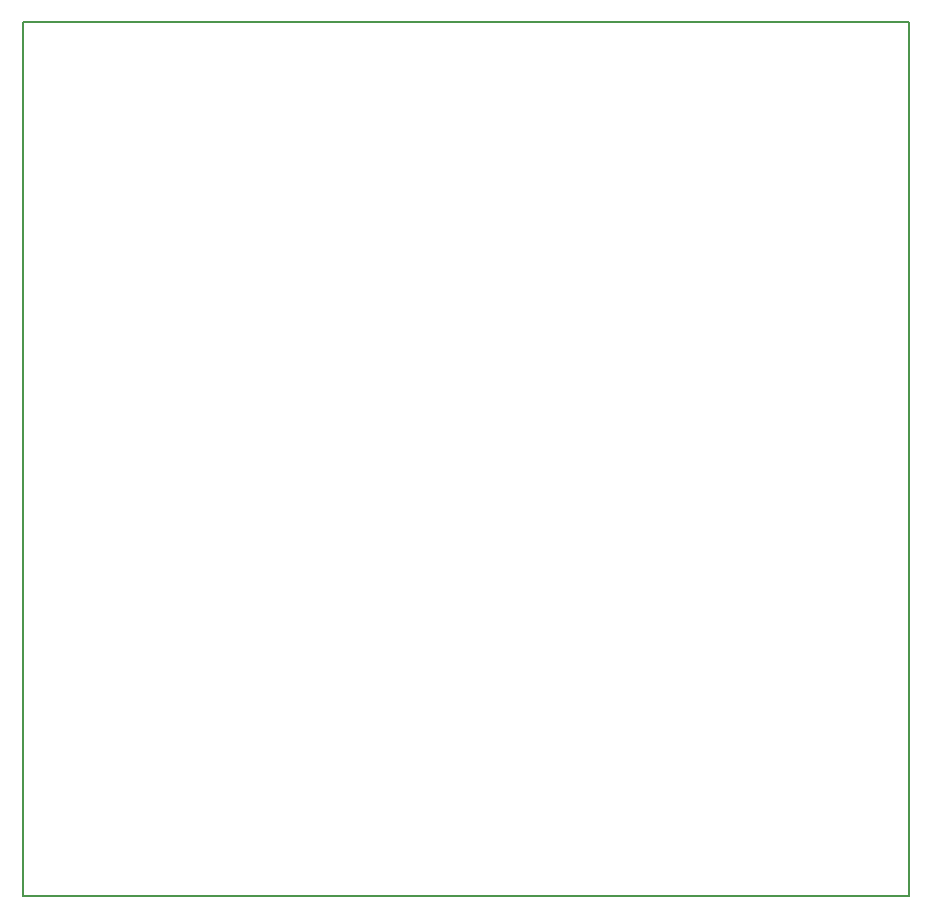
<source format=gm1>
G04 #@! TF.GenerationSoftware,KiCad,Pcbnew,5.0.0-rc1-44a33f2~62~ubuntu16.04.1*
G04 #@! TF.CreationDate,2018-04-01T18:26:25+03:00*
G04 #@! TF.ProjectId,ParaboxAirQuality,50617261626F784169725175616C6974,rev?*
G04 #@! TF.SameCoordinates,Original*
G04 #@! TF.FileFunction,Profile,NP*
%FSLAX46Y46*%
G04 Gerber Fmt 4.6, Leading zero omitted, Abs format (unit mm)*
G04 Created by KiCad (PCBNEW 5.0.0-rc1-44a33f2~62~ubuntu16.04.1) date Sun Apr  1 18:26:25 2018*
%MOMM*%
%LPD*%
G01*
G04 APERTURE LIST*
%ADD10C,0.150000*%
G04 APERTURE END LIST*
D10*
X50000000Y-124000000D02*
X50000000Y-50000000D01*
X125000000Y-124000000D02*
X50000000Y-124000000D01*
X125000000Y-50000000D02*
X125000000Y-124000000D01*
X50000000Y-50000000D02*
X125000000Y-50000000D01*
M02*

</source>
